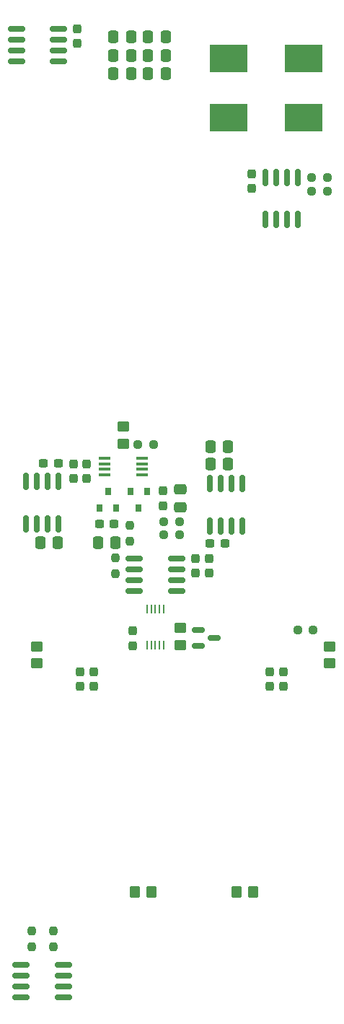
<source format=gtp>
G04 #@! TF.GenerationSoftware,KiCad,Pcbnew,(6.0.5)*
G04 #@! TF.CreationDate,2022-05-13T08:12:08+02:00*
G04 #@! TF.ProjectId,MEV_board,4d45565f-626f-4617-9264-2e6b69636164,rev?*
G04 #@! TF.SameCoordinates,Original*
G04 #@! TF.FileFunction,Paste,Top*
G04 #@! TF.FilePolarity,Positive*
%FSLAX46Y46*%
G04 Gerber Fmt 4.6, Leading zero omitted, Abs format (unit mm)*
G04 Created by KiCad (PCBNEW (6.0.5)) date 2022-05-13 08:12:08*
%MOMM*%
%LPD*%
G01*
G04 APERTURE LIST*
G04 Aperture macros list*
%AMRoundRect*
0 Rectangle with rounded corners*
0 $1 Rounding radius*
0 $2 $3 $4 $5 $6 $7 $8 $9 X,Y pos of 4 corners*
0 Add a 4 corners polygon primitive as box body*
4,1,4,$2,$3,$4,$5,$6,$7,$8,$9,$2,$3,0*
0 Add four circle primitives for the rounded corners*
1,1,$1+$1,$2,$3*
1,1,$1+$1,$4,$5*
1,1,$1+$1,$6,$7*
1,1,$1+$1,$8,$9*
0 Add four rect primitives between the rounded corners*
20,1,$1+$1,$2,$3,$4,$5,0*
20,1,$1+$1,$4,$5,$6,$7,0*
20,1,$1+$1,$6,$7,$8,$9,0*
20,1,$1+$1,$8,$9,$2,$3,0*%
G04 Aperture macros list end*
%ADD10RoundRect,0.237500X-0.237500X0.300000X-0.237500X-0.300000X0.237500X-0.300000X0.237500X0.300000X0*%
%ADD11RoundRect,0.250000X0.475000X-0.337500X0.475000X0.337500X-0.475000X0.337500X-0.475000X-0.337500X0*%
%ADD12RoundRect,0.237500X0.237500X-0.300000X0.237500X0.300000X-0.237500X0.300000X-0.237500X-0.300000X0*%
%ADD13RoundRect,0.250000X0.337500X0.475000X-0.337500X0.475000X-0.337500X-0.475000X0.337500X-0.475000X0*%
%ADD14RoundRect,0.250000X-0.337500X-0.475000X0.337500X-0.475000X0.337500X0.475000X-0.337500X0.475000X0*%
%ADD15RoundRect,0.237500X0.300000X0.237500X-0.300000X0.237500X-0.300000X-0.237500X0.300000X-0.237500X0*%
%ADD16RoundRect,0.237500X-0.300000X-0.237500X0.300000X-0.237500X0.300000X0.237500X-0.300000X0.237500X0*%
%ADD17RoundRect,0.249999X0.450001X-0.350001X0.450001X0.350001X-0.450001X0.350001X-0.450001X-0.350001X0*%
%ADD18RoundRect,0.237500X-0.237500X0.250000X-0.237500X-0.250000X0.237500X-0.250000X0.237500X0.250000X0*%
%ADD19RoundRect,0.237500X0.250000X0.237500X-0.250000X0.237500X-0.250000X-0.237500X0.250000X-0.237500X0*%
%ADD20RoundRect,0.150000X-0.825000X-0.150000X0.825000X-0.150000X0.825000X0.150000X-0.825000X0.150000X0*%
%ADD21RoundRect,0.150000X0.150000X-0.825000X0.150000X0.825000X-0.150000X0.825000X-0.150000X-0.825000X0*%
%ADD22RoundRect,0.150000X-0.150000X0.825000X-0.150000X-0.825000X0.150000X-0.825000X0.150000X0.825000X0*%
%ADD23R,4.500000X3.300000*%
%ADD24R,0.800000X0.900000*%
%ADD25R,1.450000X0.450000*%
%ADD26RoundRect,0.237500X-0.250000X-0.237500X0.250000X-0.237500X0.250000X0.237500X-0.250000X0.237500X0*%
%ADD27RoundRect,0.250000X0.350000X0.450000X-0.350000X0.450000X-0.350000X-0.450000X0.350000X-0.450000X0*%
%ADD28RoundRect,0.250000X0.450000X-0.350000X0.450000X0.350000X-0.450000X0.350000X-0.450000X-0.350000X0*%
%ADD29RoundRect,0.150000X-0.587500X-0.150000X0.587500X-0.150000X0.587500X0.150000X-0.587500X0.150000X0*%
%ADD30R,0.250000X1.100000*%
G04 APERTURE END LIST*
D10*
X114147600Y-50165000D03*
X114147600Y-51890000D03*
D11*
X126228500Y-106275500D03*
X126228500Y-104200500D03*
D12*
X128005500Y-114004000D03*
X128005500Y-112279000D03*
D10*
X129656500Y-112313000D03*
X129656500Y-114038000D03*
D13*
X131853000Y-99147699D03*
X129778000Y-99147699D03*
X131853000Y-101205099D03*
X129778000Y-101205099D03*
D14*
X122433000Y-51127601D03*
X124508000Y-51127601D03*
X122433000Y-53289200D03*
X124508000Y-53289200D03*
D15*
X131448000Y-110553500D03*
X129723000Y-110553500D03*
D14*
X109764500Y-110476099D03*
X111839500Y-110476099D03*
D13*
X120465500Y-55422800D03*
X118390500Y-55422800D03*
X120465500Y-53289200D03*
X118390500Y-53289200D03*
D16*
X110169500Y-101169099D03*
X111894500Y-101169099D03*
D13*
X120465500Y-51127601D03*
X118390500Y-51127601D03*
D10*
X134569200Y-67164300D03*
X134569200Y-68889300D03*
D17*
X143789000Y-124609500D03*
X143789000Y-122609500D03*
D18*
X111302800Y-156034100D03*
X111302800Y-157859100D03*
X108762800Y-156034100D03*
X108762800Y-157859100D03*
D19*
X143484600Y-69189600D03*
X141659600Y-69189600D03*
X143484600Y-67614800D03*
X141659600Y-67614800D03*
D20*
X106999000Y-50165000D03*
X106999000Y-51435000D03*
X106999000Y-52705000D03*
X106999000Y-53975000D03*
X111949000Y-53975000D03*
X111949000Y-52705000D03*
X111949000Y-51435000D03*
X111949000Y-50165000D03*
X120831500Y-112286500D03*
X120831500Y-113556500D03*
X120831500Y-114826500D03*
X120831500Y-116096500D03*
X125781500Y-116096500D03*
X125781500Y-114826500D03*
X125781500Y-113556500D03*
X125781500Y-112286500D03*
D21*
X129730500Y-108456500D03*
X131000500Y-108456500D03*
X132270500Y-108456500D03*
X133540500Y-108456500D03*
X133540500Y-103506500D03*
X132270500Y-103506500D03*
X131000500Y-103506500D03*
X129730500Y-103506500D03*
D22*
X111887000Y-103252500D03*
X110617000Y-103252500D03*
X109347000Y-103252500D03*
X108077000Y-103252500D03*
X108077000Y-108202500D03*
X109347000Y-108202500D03*
X110617000Y-108202500D03*
X111887000Y-108202500D03*
D21*
X136194800Y-72551800D03*
X137464800Y-72551800D03*
X138734800Y-72551800D03*
X140004800Y-72551800D03*
X140004800Y-67601800D03*
X138734800Y-67601800D03*
X137464800Y-67601800D03*
X136194800Y-67601800D03*
D23*
X131940000Y-60604400D03*
X140740000Y-60604400D03*
X131940000Y-53644800D03*
X140740000Y-53644800D03*
D10*
X115213000Y-101183000D03*
X115213000Y-102908000D03*
D24*
X122298500Y-104418000D03*
X120398500Y-104418000D03*
X121348500Y-106418000D03*
D10*
X113673000Y-101183000D03*
X113673000Y-102908000D03*
D15*
X118469500Y-108238000D03*
X116744500Y-108238000D03*
D12*
X124188500Y-106100500D03*
X124188500Y-104375500D03*
D25*
X117368500Y-100533000D03*
X117368500Y-101183000D03*
X117368500Y-101833000D03*
X117368500Y-102483000D03*
X121768500Y-102483000D03*
X121768500Y-101833000D03*
X121768500Y-101183000D03*
X121768500Y-100533000D03*
D17*
X119522500Y-98840800D03*
X119522500Y-96840800D03*
D19*
X123076600Y-98958400D03*
X121251600Y-98958400D03*
D26*
X124296000Y-107988000D03*
X126121000Y-107988000D03*
D18*
X120340500Y-108434500D03*
X120340500Y-110259500D03*
D19*
X126121000Y-109528000D03*
X124296000Y-109528000D03*
D18*
X118644500Y-112244500D03*
X118644500Y-114069500D03*
D24*
X116787000Y-106418000D03*
X118687000Y-106418000D03*
X117737000Y-104418000D03*
D13*
X118644500Y-110426500D03*
X116569500Y-110426500D03*
D14*
X122433000Y-55422800D03*
X124508000Y-55422800D03*
D20*
X107557800Y-159943800D03*
X107557800Y-161213800D03*
X107557800Y-162483800D03*
X107557800Y-163753800D03*
X112507800Y-163753800D03*
X112507800Y-162483800D03*
X112507800Y-161213800D03*
X112507800Y-159943800D03*
D12*
X120650000Y-122513500D03*
X120650000Y-120788500D03*
D26*
X139994000Y-120652500D03*
X141819000Y-120652500D03*
D12*
X114452000Y-127291000D03*
X114452000Y-125566000D03*
D27*
X122856500Y-151447500D03*
X120856500Y-151447500D03*
D28*
X126238000Y-122451000D03*
X126238000Y-120451000D03*
D29*
X128348500Y-120652500D03*
X128348500Y-122552500D03*
X130223500Y-121602500D03*
D12*
X136740500Y-127291000D03*
X136740500Y-125566000D03*
D27*
X134794500Y-151447500D03*
X132794500Y-151447500D03*
D10*
X138304000Y-125566000D03*
X138304000Y-127291000D03*
D30*
X122306500Y-122501000D03*
X122806500Y-122501000D03*
X123306500Y-122501000D03*
X123806500Y-122501000D03*
X124306500Y-122501000D03*
X124306500Y-118201000D03*
X123806500Y-118201000D03*
X123306500Y-118201000D03*
X122806500Y-118201000D03*
X122306500Y-118201000D03*
D28*
X109372000Y-124618500D03*
X109372000Y-122618500D03*
D10*
X116039500Y-125566000D03*
X116039500Y-127291000D03*
M02*

</source>
